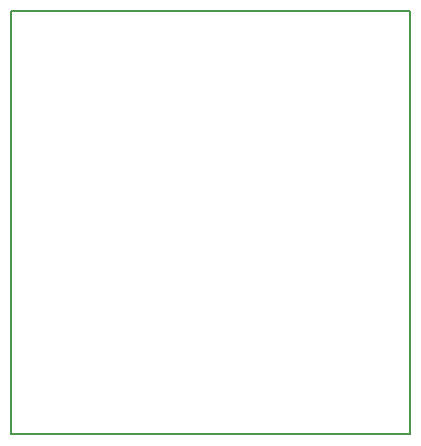
<source format=gbo>
G04 #@! TF.GenerationSoftware,KiCad,Pcbnew,7.0.11-7.0.11~ubuntu22.04.1*
G04 #@! TF.CreationDate,2024-02-28T16:56:23+00:00*
G04 #@! TF.ProjectId,balefi,62616c65-6669-42e6-9b69-6361645f7063,rev?*
G04 #@! TF.SameCoordinates,Original*
G04 #@! TF.FileFunction,Legend,Bot*
G04 #@! TF.FilePolarity,Positive*
%FSLAX46Y46*%
G04 Gerber Fmt 4.6, Leading zero omitted, Abs format (unit mm)*
G04 Created by KiCad (PCBNEW 7.0.11-7.0.11~ubuntu22.04.1) date 2024-02-28 16:56:23*
%MOMM*%
%LPD*%
G01*
G04 APERTURE LIST*
%ADD10C,0.200000*%
G04 APERTURE END LIST*
D10*
G04 #@! TO.C,M2*
X59249990Y69024985D02*
X93050000Y69024985D01*
X59249990Y33224995D02*
X59249990Y69024985D01*
X59249990Y33224995D02*
X93050000Y33224995D01*
X93050000Y33224995D02*
X93050000Y69024985D01*
G04 #@! TD*
M02*

</source>
